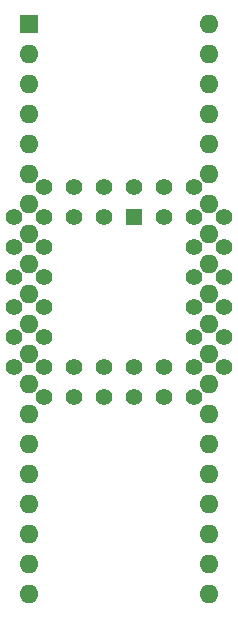
<source format=gts>
G04 #@! TF.GenerationSoftware,KiCad,Pcbnew,(6.0.0)*
G04 #@! TF.CreationDate,2023-01-29T20:41:39-05:00*
G04 #@! TF.ProjectId,tms7000 plcc 44 adapter,746d7337-3030-4302-9070-6c6363203434,rev?*
G04 #@! TF.SameCoordinates,Original*
G04 #@! TF.FileFunction,Soldermask,Top*
G04 #@! TF.FilePolarity,Negative*
%FSLAX46Y46*%
G04 Gerber Fmt 4.6, Leading zero omitted, Abs format (unit mm)*
G04 Created by KiCad (PCBNEW (6.0.0)) date 2023-01-29 20:41:39*
%MOMM*%
%LPD*%
G01*
G04 APERTURE LIST*
%ADD10R,1.600000X1.600000*%
%ADD11O,1.600000X1.600000*%
%ADD12R,1.422400X1.422400*%
%ADD13C,1.422400*%
G04 APERTURE END LIST*
D10*
X120116000Y-48531500D03*
D11*
X120116000Y-51071500D03*
X120116000Y-53611500D03*
X120116000Y-56151500D03*
X120116000Y-58691500D03*
X120116000Y-61231500D03*
X120116000Y-63771500D03*
X120116000Y-66311500D03*
X120116000Y-68851500D03*
X120116000Y-71391500D03*
X120116000Y-73931500D03*
X120116000Y-76471500D03*
X120116000Y-79011500D03*
X120116000Y-81551500D03*
X120116000Y-84091500D03*
X120116000Y-86631500D03*
X120116000Y-89171500D03*
X120116000Y-91711500D03*
X120116000Y-94251500D03*
X120116000Y-96791500D03*
X135356000Y-96791500D03*
X135356000Y-94251500D03*
X135356000Y-91711500D03*
X135356000Y-89171500D03*
X135356000Y-86631500D03*
X135356000Y-84091500D03*
X135356000Y-81551500D03*
X135356000Y-79011500D03*
X135356000Y-76471500D03*
X135356000Y-73931500D03*
X135356000Y-71391500D03*
X135356000Y-68851500D03*
X135356000Y-66311500D03*
X135356000Y-63771500D03*
X135356000Y-61231500D03*
X135356000Y-58691500D03*
X135356000Y-56151500D03*
X135356000Y-53611500D03*
X135356000Y-51071500D03*
X135356000Y-48531500D03*
D12*
X129011000Y-64897000D03*
D13*
X126471000Y-62357000D03*
X126471000Y-64897000D03*
X123931000Y-62357000D03*
X123931000Y-64897000D03*
X121391000Y-62357000D03*
X118851000Y-64897000D03*
X121391000Y-64897000D03*
X118851000Y-67437000D03*
X121391000Y-67437000D03*
X118851000Y-69977000D03*
X121391000Y-69977000D03*
X118851000Y-72517000D03*
X121391000Y-72517000D03*
X118851000Y-75057000D03*
X121391000Y-75057000D03*
X118851000Y-77597000D03*
X121391000Y-80137000D03*
X121391000Y-77597000D03*
X123931000Y-80137000D03*
X123931000Y-77597000D03*
X126471000Y-80137000D03*
X126471000Y-77597000D03*
X129011000Y-80137000D03*
X129011000Y-77597000D03*
X131551000Y-80137000D03*
X131551000Y-77597000D03*
X134091000Y-80137000D03*
X136631000Y-77597000D03*
X134091000Y-77597000D03*
X136631000Y-75057000D03*
X134091000Y-75057000D03*
X136631000Y-72517000D03*
X134091000Y-72517000D03*
X136631000Y-69977000D03*
X134091000Y-69977000D03*
X136631000Y-67437000D03*
X134091000Y-67437000D03*
X136631000Y-64897000D03*
X134091000Y-62357000D03*
X134091000Y-64897000D03*
X131551000Y-62357000D03*
X131551000Y-64897000D03*
X129011000Y-62357000D03*
M02*

</source>
